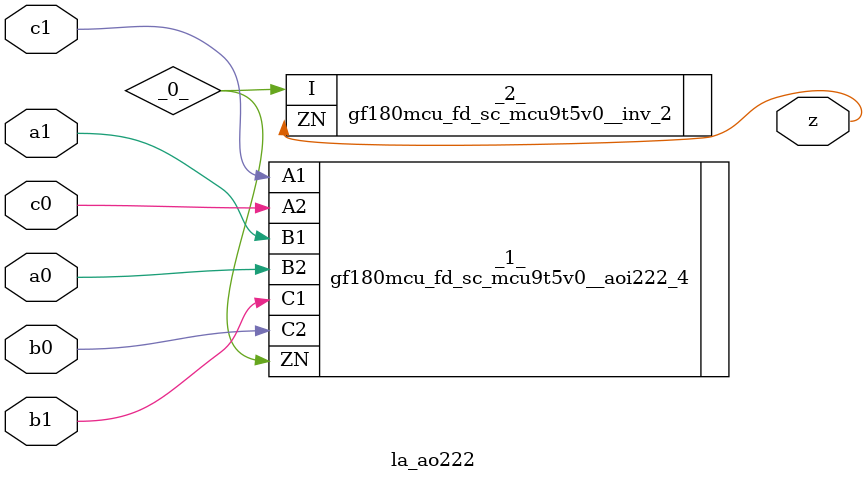
<source format=v>

/* Generated by Yosys 0.44 (git sha1 80ba43d26, g++ 11.4.0-1ubuntu1~22.04 -fPIC -O3) */

(* top =  1  *)
(* src = "inputs/la_ao222.v:10.1-24.10" *)
module la_ao222 (
    a0,
    a1,
    b0,
    b1,
    c0,
    c1,
    z
);
  wire _0_;
  (* src = "inputs/la_ao222.v:13.12-13.14" *)
  input a0;
  wire a0;
  (* src = "inputs/la_ao222.v:14.12-14.14" *)
  input a1;
  wire a1;
  (* src = "inputs/la_ao222.v:15.12-15.14" *)
  input b0;
  wire b0;
  (* src = "inputs/la_ao222.v:16.12-16.14" *)
  input b1;
  wire b1;
  (* src = "inputs/la_ao222.v:17.12-17.14" *)
  input c0;
  wire c0;
  (* src = "inputs/la_ao222.v:18.12-18.14" *)
  input c1;
  wire c1;
  (* src = "inputs/la_ao222.v:19.12-19.13" *)
  output z;
  wire z;
  gf180mcu_fd_sc_mcu9t5v0__aoi222_4 _1_ (
      .A1(c1),
      .A2(c0),
      .B1(a1),
      .B2(a0),
      .C1(b1),
      .C2(b0),
      .ZN(_0_)
  );
  gf180mcu_fd_sc_mcu9t5v0__inv_2 _2_ (
      .I (_0_),
      .ZN(z)
  );
endmodule

</source>
